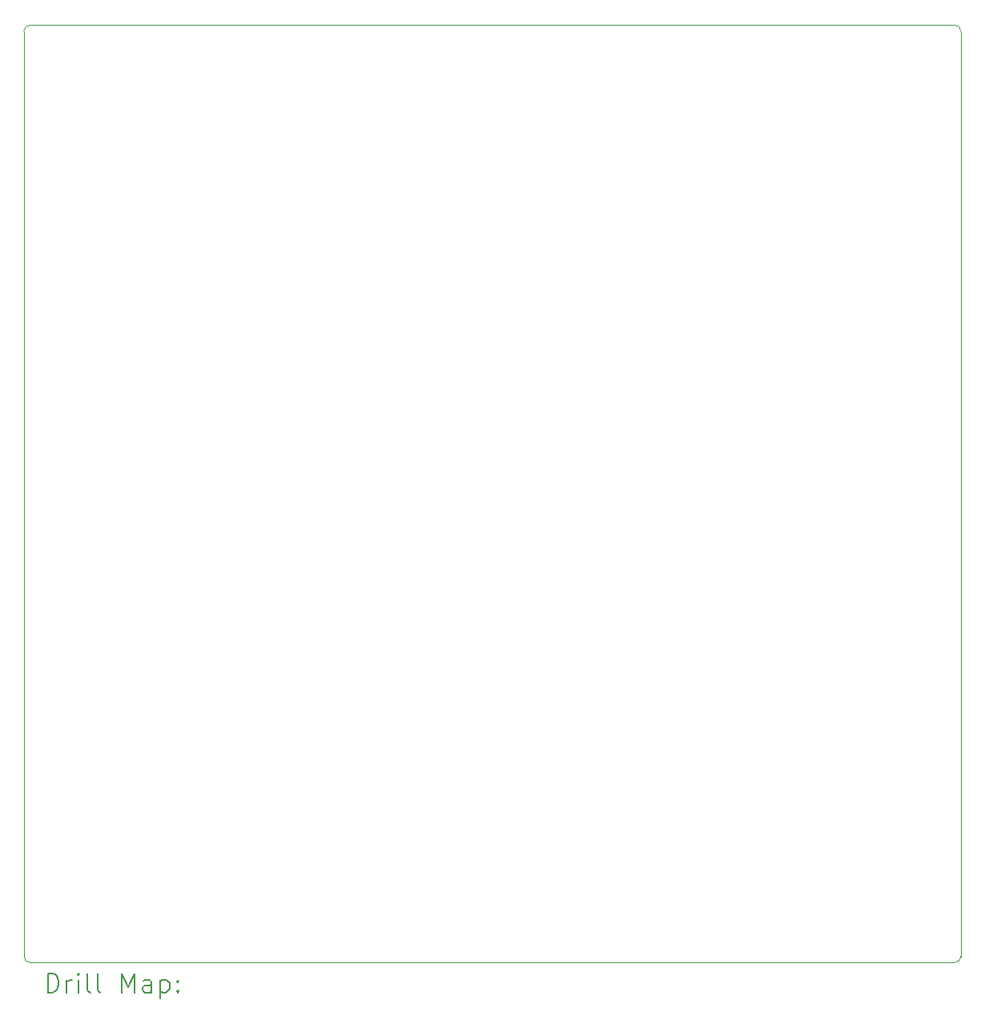
<source format=gbr>
%TF.GenerationSoftware,KiCad,Pcbnew,6.0.9-8da3e8f707~116~ubuntu20.04.1*%
%TF.CreationDate,2023-03-16T00:54:46+01:00*%
%TF.ProjectId,six_to_six_vertical,7369785f-746f-45f7-9369-785f76657274,rev?*%
%TF.SameCoordinates,Original*%
%TF.FileFunction,Drillmap*%
%TF.FilePolarity,Positive*%
%FSLAX45Y45*%
G04 Gerber Fmt 4.5, Leading zero omitted, Abs format (unit mm)*
G04 Created by KiCad (PCBNEW 6.0.9-8da3e8f707~116~ubuntu20.04.1) date 2023-03-16 00:54:46*
%MOMM*%
%LPD*%
G01*
G04 APERTURE LIST*
%ADD10C,0.100000*%
%ADD11C,0.200000*%
G04 APERTURE END LIST*
D10*
X19685000Y-4508500D02*
G75*
G03*
X19621500Y-4445000I-63500J0D01*
G01*
X9842500Y-4445000D02*
G75*
G03*
X9779000Y-4508500I0J-63500D01*
G01*
X9779000Y-14287500D02*
G75*
G03*
X9842500Y-14351000I63500J0D01*
G01*
X9842500Y-14351000D02*
X19621500Y-14351000D01*
X19685000Y-14287500D02*
X19685000Y-4508500D01*
X19621500Y-4445000D02*
X9842500Y-4445000D01*
X19621500Y-14351000D02*
G75*
G03*
X19685000Y-14287500I0J63500D01*
G01*
X9779000Y-4508500D02*
X9779000Y-14287500D01*
D11*
X10031619Y-14666476D02*
X10031619Y-14466476D01*
X10079238Y-14466476D01*
X10107810Y-14476000D01*
X10126857Y-14495048D01*
X10136381Y-14514095D01*
X10145905Y-14552190D01*
X10145905Y-14580762D01*
X10136381Y-14618857D01*
X10126857Y-14637905D01*
X10107810Y-14656952D01*
X10079238Y-14666476D01*
X10031619Y-14666476D01*
X10231619Y-14666476D02*
X10231619Y-14533143D01*
X10231619Y-14571238D02*
X10241143Y-14552190D01*
X10250667Y-14542667D01*
X10269714Y-14533143D01*
X10288762Y-14533143D01*
X10355429Y-14666476D02*
X10355429Y-14533143D01*
X10355429Y-14466476D02*
X10345905Y-14476000D01*
X10355429Y-14485524D01*
X10364952Y-14476000D01*
X10355429Y-14466476D01*
X10355429Y-14485524D01*
X10479238Y-14666476D02*
X10460190Y-14656952D01*
X10450667Y-14637905D01*
X10450667Y-14466476D01*
X10584000Y-14666476D02*
X10564952Y-14656952D01*
X10555429Y-14637905D01*
X10555429Y-14466476D01*
X10812571Y-14666476D02*
X10812571Y-14466476D01*
X10879238Y-14609333D01*
X10945905Y-14466476D01*
X10945905Y-14666476D01*
X11126857Y-14666476D02*
X11126857Y-14561714D01*
X11117333Y-14542667D01*
X11098286Y-14533143D01*
X11060190Y-14533143D01*
X11041143Y-14542667D01*
X11126857Y-14656952D02*
X11107810Y-14666476D01*
X11060190Y-14666476D01*
X11041143Y-14656952D01*
X11031619Y-14637905D01*
X11031619Y-14618857D01*
X11041143Y-14599809D01*
X11060190Y-14590286D01*
X11107810Y-14590286D01*
X11126857Y-14580762D01*
X11222095Y-14533143D02*
X11222095Y-14733143D01*
X11222095Y-14542667D02*
X11241143Y-14533143D01*
X11279238Y-14533143D01*
X11298286Y-14542667D01*
X11307809Y-14552190D01*
X11317333Y-14571238D01*
X11317333Y-14628381D01*
X11307809Y-14647428D01*
X11298286Y-14656952D01*
X11279238Y-14666476D01*
X11241143Y-14666476D01*
X11222095Y-14656952D01*
X11403048Y-14647428D02*
X11412571Y-14656952D01*
X11403048Y-14666476D01*
X11393524Y-14656952D01*
X11403048Y-14647428D01*
X11403048Y-14666476D01*
X11403048Y-14542667D02*
X11412571Y-14552190D01*
X11403048Y-14561714D01*
X11393524Y-14552190D01*
X11403048Y-14542667D01*
X11403048Y-14561714D01*
M02*

</source>
